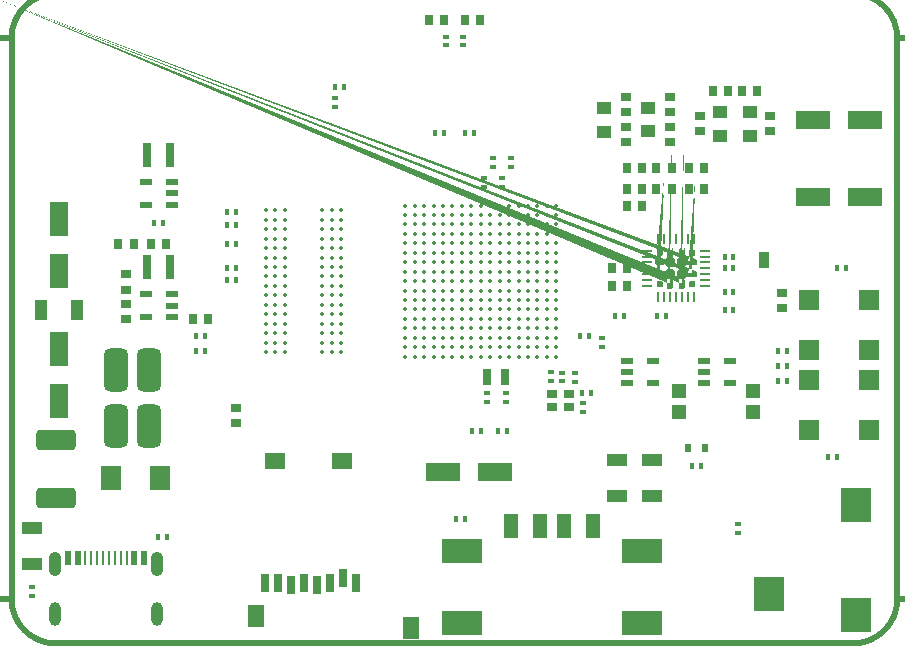
<source format=gbr>
G04 #@! TF.GenerationSoftware,KiCad,Pcbnew,6.0.0-d3dd2cf0fa~116~ubuntu20.04.1*
G04 #@! TF.CreationDate,2022-01-15T15:14:34-05:00*
G04 #@! TF.ProjectId,EX-PCB-10108-001,45582d50-4342-42d3-9130-3130382d3030,A*
G04 #@! TF.SameCoordinates,Original*
G04 #@! TF.FileFunction,Paste,Top*
G04 #@! TF.FilePolarity,Positive*
%FSLAX46Y46*%
G04 Gerber Fmt 4.6, Leading zero omitted, Abs format (unit mm)*
G04 Created by KiCad (PCBNEW 6.0.0-d3dd2cf0fa~116~ubuntu20.04.1) date 2022-01-15 15:14:34*
%MOMM*%
%LPD*%
G01*
G04 APERTURE LIST*
G04 Aperture macros list*
%AMRoundRect*
0 Rectangle with rounded corners*
0 $1 Rounding radius*
0 $2 $3 $4 $5 $6 $7 $8 $9 X,Y pos of 4 corners*
0 Add a 4 corners polygon primitive as box body*
4,1,4,$2,$3,$4,$5,$6,$7,$8,$9,$2,$3,0*
0 Add four circle primitives for the rounded corners*
1,1,$1+$1,$2,$3*
1,1,$1+$1,$4,$5*
1,1,$1+$1,$6,$7*
1,1,$1+$1,$8,$9*
0 Add four rect primitives between the rounded corners*
20,1,$1+$1,$2,$3,$4,$5,0*
20,1,$1+$1,$4,$5,$6,$7,0*
20,1,$1+$1,$6,$7,$8,$9,0*
20,1,$1+$1,$8,$9,$2,$3,0*%
%AMFreePoly0*
4,1,51,0.121446,0.402193,0.123663,0.402787,0.127060,0.401203,0.145390,0.397971,0.159647,0.386008,0.176512,0.378144,0.247132,0.307525,0.250168,0.303189,0.252157,0.302041,0.253440,0.298517,0.264114,0.283273,0.265736,0.264734,0.272101,0.247246,0.272101,-0.247246,0.271182,-0.252459,0.271776,-0.254677,0.270192,-0.258075,0.266960,-0.276402,0.254997,-0.290659,0.247132,-0.307525,
0.176512,-0.378144,0.172177,-0.381179,0.171029,-0.383168,0.167505,-0.384451,0.152260,-0.395125,0.133722,-0.396747,0.116234,-0.403112,-0.186855,-0.403112,-0.197929,-0.401159,-0.201658,-0.401817,-0.204937,-0.399924,-0.216011,-0.397971,-0.232977,-0.383735,-0.252157,-0.372661,-0.254788,-0.365433,-0.260680,-0.360489,-0.264526,-0.338678,-0.272101,-0.317866,-0.272101,0.317866,-0.270148,0.328940,
-0.270806,0.332669,-0.268913,0.335948,-0.266960,0.347022,-0.252724,0.363988,-0.241650,0.383168,-0.234422,0.385799,-0.229478,0.391691,-0.207667,0.395537,-0.186855,0.403112,0.116234,0.403112,0.121446,0.402193,0.121446,0.402193,$1*%
%AMFreePoly1*
4,1,51,0.197929,0.401159,0.201658,0.401817,0.204937,0.399924,0.216011,0.397971,0.232977,0.383735,0.252157,0.372661,0.254788,0.365433,0.260680,0.360489,0.264526,0.338678,0.272101,0.317866,0.272101,-0.317866,0.270148,-0.328940,0.270806,-0.332669,0.268913,-0.335948,0.266960,-0.347022,0.252724,-0.363988,0.241650,-0.383168,0.234422,-0.385799,0.229478,-0.391691,0.207667,-0.395537,
0.186855,-0.403112,-0.116234,-0.403112,-0.121446,-0.402193,-0.123663,-0.402787,-0.127060,-0.401203,-0.145390,-0.397971,-0.159647,-0.386008,-0.176512,-0.378144,-0.247133,-0.307524,-0.250168,-0.303189,-0.252157,-0.302041,-0.253439,-0.298518,-0.264114,-0.283273,-0.265736,-0.264734,-0.272101,-0.247246,-0.272101,0.247246,-0.271182,0.252459,-0.271776,0.254676,-0.270192,0.258073,-0.266960,0.276402,
-0.254997,0.290658,-0.247133,0.307524,-0.176512,0.378144,-0.172177,0.381179,-0.171029,0.383168,-0.167505,0.384451,-0.152260,0.395125,-0.133722,0.396747,-0.116234,0.403112,0.186855,0.403112,0.197929,0.401159,0.197929,0.401159,$1*%
%AMFreePoly2*
4,1,51,0.328940,0.270148,0.332669,0.270806,0.335948,0.268913,0.347022,0.266960,0.363988,0.252724,0.383168,0.241650,0.385799,0.234422,0.391691,0.229478,0.395537,0.207667,0.403112,0.186855,0.403112,-0.116234,0.402193,-0.121446,0.402787,-0.123663,0.401203,-0.127060,0.397971,-0.145390,0.386008,-0.159647,0.378144,-0.176512,0.307524,-0.247133,0.303189,-0.250168,0.302041,-0.252157,
0.298518,-0.253439,0.283273,-0.264114,0.264734,-0.265736,0.247246,-0.272101,-0.247246,-0.272101,-0.252459,-0.271182,-0.254677,-0.271776,-0.258075,-0.270192,-0.276402,-0.266960,-0.290659,-0.254997,-0.307525,-0.247132,-0.378144,-0.176512,-0.381179,-0.172177,-0.383168,-0.171029,-0.384451,-0.167505,-0.395125,-0.152260,-0.396747,-0.133722,-0.403112,-0.116234,-0.403112,0.186855,-0.401159,0.197929,
-0.401817,0.201658,-0.399924,0.204937,-0.397971,0.216011,-0.383735,0.232977,-0.372661,0.252157,-0.365433,0.254788,-0.360489,0.260680,-0.338678,0.264526,-0.317866,0.272101,0.317866,0.272101,0.328940,0.270148,0.328940,0.270148,$1*%
%AMFreePoly3*
4,1,51,0.252459,0.271182,0.254676,0.271776,0.258073,0.270192,0.276402,0.266960,0.290658,0.254997,0.307524,0.247133,0.378144,0.176512,0.381179,0.172177,0.383168,0.171029,0.384451,0.167505,0.395125,0.152260,0.396747,0.133722,0.403112,0.116234,0.403112,-0.186855,0.401159,-0.197929,0.401817,-0.201658,0.399924,-0.204937,0.397971,-0.216011,0.383735,-0.232977,0.372661,-0.252157,
0.365433,-0.254788,0.360489,-0.260680,0.338678,-0.264526,0.317866,-0.272101,-0.317866,-0.272101,-0.328940,-0.270148,-0.332669,-0.270806,-0.335948,-0.268913,-0.347022,-0.266960,-0.363988,-0.252724,-0.383168,-0.241650,-0.385799,-0.234422,-0.391691,-0.229478,-0.395537,-0.207667,-0.403112,-0.186855,-0.403112,0.116234,-0.402193,0.121446,-0.402787,0.123663,-0.401203,0.127060,-0.397971,0.145390,
-0.386008,0.159647,-0.378144,0.176512,-0.307525,0.247132,-0.303189,0.250168,-0.302041,0.252157,-0.298517,0.253440,-0.283273,0.264114,-0.264734,0.265736,-0.247246,0.272101,0.247246,0.272101,0.252459,0.271182,0.252459,0.271182,$1*%
%AMFreePoly4*
4,1,48,0.180784,0.266839,0.197812,0.266839,0.211588,0.256830,0.227783,0.251568,0.237792,0.237792,0.251568,0.227783,0.256830,0.211588,0.266839,0.197812,0.266839,0.180784,0.272101,0.164589,0.272101,-0.075523,0.269420,-0.083774,0.270777,-0.092342,0.259348,-0.114773,0.251568,-0.138717,0.244550,-0.143816,0.240611,-0.151546,0.151545,-0.240611,0.143817,-0.244549,0.138717,-0.251568,
0.114772,-0.259348,0.092342,-0.270777,0.083774,-0.269420,0.075523,-0.272101,-0.164589,-0.272101,-0.180784,-0.266839,-0.197812,-0.266839,-0.211588,-0.256830,-0.227783,-0.251568,-0.237792,-0.237792,-0.251568,-0.227783,-0.256830,-0.211588,-0.266839,-0.197812,-0.266839,-0.180784,-0.272101,-0.164589,-0.272101,0.164589,-0.266839,0.180784,-0.266839,0.197812,-0.256830,0.211588,-0.251568,0.227783,
-0.237792,0.237792,-0.227783,0.251568,-0.211588,0.256830,-0.197812,0.266839,-0.180784,0.266839,-0.164589,0.272101,0.164589,0.272101,0.180784,0.266839,0.180784,0.266839,$1*%
%AMFreePoly5*
4,1,48,0.083774,0.269420,0.092342,0.270777,0.114772,0.259348,0.138717,0.251568,0.143817,0.244549,0.151545,0.240611,0.240611,0.151546,0.244550,0.143816,0.251568,0.138717,0.259348,0.114773,0.270777,0.092342,0.269420,0.083774,0.272101,0.075523,0.272101,-0.164589,0.266839,-0.180784,0.266839,-0.197812,0.256830,-0.211588,0.251568,-0.227783,0.237792,-0.237792,0.227783,-0.251568,
0.211588,-0.256830,0.197812,-0.266839,0.180784,-0.266839,0.164589,-0.272101,-0.164589,-0.272101,-0.180784,-0.266839,-0.197812,-0.266839,-0.211588,-0.256830,-0.227783,-0.251568,-0.237792,-0.237792,-0.251568,-0.227783,-0.256830,-0.211588,-0.266839,-0.197812,-0.266839,-0.180784,-0.272101,-0.164589,-0.272101,0.164589,-0.266839,0.180784,-0.266839,0.197812,-0.256830,0.211588,-0.251568,0.227783,
-0.237792,0.237792,-0.227783,0.251568,-0.211588,0.256830,-0.197812,0.266839,-0.180784,0.266839,-0.164589,0.272101,0.075523,0.272101,0.083774,0.269420,0.083774,0.269420,$1*%
%AMFreePoly6*
4,1,48,0.180784,0.266839,0.197812,0.266839,0.211588,0.256830,0.227783,0.251568,0.237792,0.237792,0.251568,0.227783,0.256830,0.211588,0.266839,0.197812,0.266839,0.180784,0.272101,0.164589,0.272101,-0.164589,0.266839,-0.180784,0.266839,-0.197812,0.256830,-0.211588,0.251568,-0.227783,0.237792,-0.237792,0.227783,-0.251568,0.211588,-0.256830,0.197812,-0.266839,0.180784,-0.266839,
0.164589,-0.272101,-0.075523,-0.272101,-0.083774,-0.269420,-0.092342,-0.270777,-0.114773,-0.259348,-0.138717,-0.251568,-0.143816,-0.244550,-0.151546,-0.240611,-0.240611,-0.151545,-0.244549,-0.143817,-0.251568,-0.138717,-0.259348,-0.114772,-0.270777,-0.092342,-0.269420,-0.083774,-0.272101,-0.075523,-0.272101,0.164589,-0.266839,0.180784,-0.266839,0.197812,-0.256830,0.211588,-0.251568,0.227783,
-0.237792,0.237792,-0.227783,0.251568,-0.211588,0.256830,-0.197812,0.266839,-0.180784,0.266839,-0.164589,0.272101,0.164589,0.272101,0.180784,0.266839,0.180784,0.266839,$1*%
%AMFreePoly7*
4,1,48,0.180784,0.266839,0.197812,0.266839,0.211588,0.256830,0.227783,0.251568,0.237792,0.237792,0.251568,0.227783,0.256830,0.211588,0.266839,0.197812,0.266839,0.180784,0.272101,0.164589,0.272101,-0.164589,0.266839,-0.180784,0.266839,-0.197812,0.256830,-0.211588,0.251568,-0.227783,0.237792,-0.237792,0.227783,-0.251568,0.211588,-0.256830,0.197812,-0.266839,0.180784,-0.266839,
0.164589,-0.272101,-0.164589,-0.272101,-0.180784,-0.266839,-0.197812,-0.266839,-0.211588,-0.256830,-0.227783,-0.251568,-0.237792,-0.237792,-0.251568,-0.227783,-0.256830,-0.211588,-0.266839,-0.197812,-0.266839,-0.180784,-0.272101,-0.164589,-0.272101,0.075523,-0.269420,0.083774,-0.270777,0.092342,-0.259348,0.114772,-0.251568,0.138717,-0.244549,0.143817,-0.240611,0.151545,-0.151546,0.240611,
-0.143816,0.244550,-0.138717,0.251568,-0.114773,0.259348,-0.092342,0.270777,-0.083774,0.269420,-0.075523,0.272101,0.164589,0.272101,0.180784,0.266839,0.180784,0.266839,$1*%
G04 Aperture macros list end*
G04 #@! TA.AperFunction,Profile*
%ADD10C,0.500000*%
G04 #@! TD*
%ADD11C,5.000000*%
%ADD12O,1.000000X2.000000*%
%ADD13O,1.050000X2.100000*%
%ADD14R,0.550000X1.150000*%
%ADD15R,0.250000X1.150000*%
%ADD16R,0.900000X0.800000*%
%ADD17R,0.510000X0.450000*%
%ADD18R,0.450000X0.510000*%
%ADD19R,0.810000X0.710000*%
%ADD20R,0.800000X1.500000*%
%ADD21R,1.400000X1.900000*%
%ADD22R,1.800000X1.400000*%
%ADD23R,0.710000X0.810000*%
%ADD24RoundRect,0.062500X0.062500X-0.337500X0.062500X0.337500X-0.062500X0.337500X-0.062500X-0.337500X0*%
%ADD25RoundRect,0.062500X0.337500X-0.062500X0.337500X0.062500X-0.337500X0.062500X-0.337500X-0.062500X0*%
%ADD26RoundRect,0.201556X0.201557X-0.201557X0.201557X0.201557X-0.201557X0.201557X-0.201557X-0.201557X0*%
%ADD27FreePoly0,90.000000*%
%ADD28FreePoly1,90.000000*%
%ADD29FreePoly2,90.000000*%
%ADD30FreePoly3,90.000000*%
%ADD31FreePoly4,90.000000*%
%ADD32FreePoly5,90.000000*%
%ADD33FreePoly6,90.000000*%
%ADD34FreePoly7,90.000000*%
%ADD35R,1.060000X0.500000*%
%ADD36R,1.250000X1.150000*%
%ADD37R,1.800000X1.070000*%
%ADD38R,0.600000X0.700000*%
%ADD39R,1.250000X1.000000*%
%ADD40R,3.000000X1.600000*%
%ADD41R,2.550000X2.900000*%
%ADD42R,1.250000X2.000000*%
%ADD43R,3.500000X2.000000*%
%ADD44C,0.350000*%
%ADD45R,1.800000X1.800000*%
%ADD46RoundRect,0.521250X0.521250X-1.308750X0.521250X1.308750X-0.521250X1.308750X-0.521250X-1.308750X0*%
%ADD47R,1.070000X1.800000*%
%ADD48RoundRect,0.388500X-1.311500X0.486500X-1.311500X-0.486500X1.311500X-0.486500X1.311500X0.486500X0*%
%ADD49R,1.750000X2.000000*%
%ADD50R,1.600000X3.000000*%
%ADD51R,0.800000X2.000000*%
%ADD52R,0.700000X1.400000*%
G04 APERTURE END LIST*
D10*
X41450000Y-85250000D02*
X46450000Y-85250000D01*
X41450000Y-132750000D02*
X46450000Y-132750000D01*
X121450000Y-132750000D02*
X126450000Y-132750000D01*
X126450000Y-85250000D02*
X121450000Y-85250000D01*
X126450000Y-85250000D02*
X126450000Y-132750000D01*
X41450000Y-85250000D02*
X41450000Y-132750000D01*
X121450000Y-85250000D02*
G75*
G03*
X117700000Y-81500000I-3750000J0D01*
G01*
X50200000Y-81500000D02*
G75*
G03*
X46450000Y-85250000I0J-3750000D01*
G01*
X46450000Y-132750000D02*
G75*
G03*
X50200000Y-136500000I3750000J0D01*
G01*
X117700000Y-136500000D02*
G75*
G03*
X121450000Y-132750000I0J3750000D01*
G01*
X46450000Y-85250000D02*
X46450000Y-132750000D01*
X117700000Y-136500000D02*
X50200000Y-136500000D01*
X117700000Y-81500000D02*
X50200000Y-81500000D01*
X121450000Y-85250000D02*
X121450000Y-132750000D01*
D11*
X13950000Y-89025000D03*
X13950000Y-129025000D03*
D12*
X50130000Y-134000000D03*
X58770000Y-134000000D03*
D13*
X50130000Y-129820000D03*
X58770000Y-129820000D03*
D14*
X51250000Y-129245000D03*
X57650000Y-129245000D03*
X52050000Y-129245000D03*
X56850000Y-129245000D03*
D15*
X54700000Y-129245000D03*
X54200000Y-129245000D03*
X55200000Y-129245000D03*
X55700000Y-129245000D03*
X56200000Y-129245000D03*
X53700000Y-129245000D03*
X53200000Y-129245000D03*
X52700000Y-129245000D03*
D16*
X92250000Y-116450000D03*
X93650000Y-116450000D03*
X93650000Y-115350000D03*
X92250000Y-115350000D03*
D17*
X94150000Y-113625000D03*
X94150000Y-114375000D03*
X92150000Y-113525000D03*
X92150000Y-114275000D03*
D18*
X65425000Y-100000000D03*
X64675000Y-100000000D03*
X65425000Y-101100000D03*
X64675000Y-101100000D03*
X86225000Y-118550000D03*
X85475000Y-118550000D03*
X87675000Y-118550000D03*
X88425000Y-118550000D03*
D19*
X110200000Y-103700000D03*
X110200000Y-104350000D03*
D18*
X94575000Y-110500000D03*
X95325000Y-110500000D03*
D17*
X96450000Y-111375000D03*
X96450000Y-110625000D03*
D18*
X97575000Y-108750000D03*
X98325000Y-108750000D03*
X101825000Y-108750000D03*
X101075000Y-108750000D03*
X116325000Y-120750000D03*
X115575000Y-120750000D03*
X111325000Y-114250000D03*
X112075000Y-114250000D03*
X112075000Y-111750000D03*
X111325000Y-111750000D03*
X116325000Y-104750000D03*
X117075000Y-104750000D03*
X111325000Y-113000000D03*
X112075000Y-113000000D03*
D17*
X73850000Y-91075000D03*
X73850000Y-90325000D03*
D20*
X75640000Y-131350000D03*
X74540000Y-130950000D03*
X73440000Y-131350000D03*
X72340000Y-131550000D03*
X71240000Y-131350000D03*
X70140000Y-131550000D03*
X69040000Y-131350000D03*
X67940000Y-131350000D03*
D21*
X67150000Y-134200000D03*
X80300000Y-135200000D03*
D22*
X68750000Y-121050000D03*
X74450000Y-121050000D03*
D18*
X85575000Y-93250000D03*
X84825000Y-93250000D03*
X82325000Y-93250000D03*
X83075000Y-93250000D03*
D17*
X88700000Y-95375000D03*
X88700000Y-96125000D03*
X87950000Y-97125000D03*
X87950000Y-97875000D03*
X87200000Y-95375000D03*
X87200000Y-96125000D03*
X86450000Y-97125000D03*
X86450000Y-97875000D03*
D23*
X97305000Y-104750000D03*
X98595000Y-104750000D03*
X97305000Y-106250000D03*
X98595000Y-106250000D03*
D18*
X74575000Y-89400000D03*
X73825000Y-89400000D03*
X106825000Y-104750000D03*
X107575000Y-104750000D03*
X106825000Y-103750000D03*
X107575000Y-103750000D03*
X107575000Y-108250000D03*
X106825000Y-108250000D03*
X107575000Y-106750000D03*
X106825000Y-106750000D03*
D24*
X101200000Y-107200000D03*
X101700000Y-107200000D03*
X102200000Y-107200000D03*
X102700000Y-107200000D03*
X103200000Y-107200000D03*
X103700000Y-107200000D03*
X104200000Y-107200000D03*
D25*
X105150000Y-106250000D03*
X105150000Y-105750000D03*
X105150000Y-105250000D03*
X105150000Y-104750000D03*
X105150000Y-104250000D03*
X105150000Y-103750000D03*
X105150000Y-103250000D03*
D24*
X104200000Y-102300000D03*
X103700000Y-102300000D03*
X103200000Y-102300000D03*
X102700000Y-102300000D03*
X102200000Y-102300000D03*
X101700000Y-102300000D03*
X101200000Y-102300000D03*
D25*
X100250000Y-103250000D03*
X100250000Y-103750000D03*
X100250000Y-104250000D03*
X100250000Y-104750000D03*
X100250000Y-105250000D03*
X100250000Y-105750000D03*
X100250000Y-106250000D03*
D26*
X102200000Y-105250000D03*
X103200000Y-105250000D03*
X102200000Y-104250000D03*
X103200000Y-104250000D03*
D27*
X102200000Y-106087500D03*
X103200000Y-106087500D03*
D28*
X102200000Y-103412500D03*
X103200000Y-103412500D03*
D29*
X101362500Y-105250000D03*
X101362500Y-104250000D03*
D30*
X104037500Y-105250000D03*
X104037500Y-104250000D03*
D31*
X101362500Y-106087500D03*
D32*
X104037500Y-106087500D03*
D33*
X101362500Y-103412500D03*
D34*
X104037500Y-103412500D03*
D35*
X100800000Y-112550000D03*
X100800000Y-114450000D03*
X98600000Y-114450000D03*
X98600000Y-113500000D03*
X98600000Y-112550000D03*
X107300000Y-112550000D03*
X107300000Y-114450000D03*
X105100000Y-114450000D03*
X105100000Y-113500000D03*
X105100000Y-112550000D03*
D17*
X84700000Y-85125000D03*
X84700000Y-85875000D03*
X83200000Y-85875000D03*
X83200000Y-85125000D03*
D23*
X99845000Y-99500000D03*
X98555000Y-99500000D03*
X105095000Y-96250000D03*
X103805000Y-96250000D03*
X101055000Y-96250000D03*
X102345000Y-96250000D03*
X101055000Y-98000000D03*
X102345000Y-98000000D03*
X103805000Y-98000000D03*
X105095000Y-98000000D03*
D19*
X111700000Y-106855000D03*
X111700000Y-108145000D03*
D23*
X107095000Y-89750000D03*
X105805000Y-89750000D03*
X109595000Y-89750000D03*
X108305000Y-89750000D03*
D19*
X110700000Y-93145000D03*
X110700000Y-91855000D03*
X104700000Y-93145000D03*
X104700000Y-91855000D03*
X98500000Y-94045000D03*
X98500000Y-92755000D03*
X98500000Y-91545000D03*
X98500000Y-90255000D03*
X102200000Y-94045000D03*
X102200000Y-92755000D03*
X102200000Y-91545000D03*
X102200000Y-90255000D03*
D18*
X104825000Y-121500000D03*
X104075000Y-121500000D03*
D23*
X63095000Y-109000000D03*
X61805000Y-109000000D03*
D36*
X102950000Y-116875000D03*
X102950000Y-115125000D03*
X109200000Y-116875000D03*
X109200000Y-115125000D03*
D37*
X97700000Y-120995000D03*
X97700000Y-124005000D03*
D38*
X103750000Y-120000000D03*
X105150000Y-120000000D03*
D23*
X83095000Y-83750000D03*
X81805000Y-83750000D03*
X84805000Y-83750000D03*
X86095000Y-83750000D03*
D17*
X107950000Y-127125000D03*
X107950000Y-126375000D03*
D18*
X59575000Y-127500000D03*
X58825000Y-127500000D03*
D23*
X99845000Y-96250000D03*
X98555000Y-96250000D03*
X98555000Y-98000000D03*
X99845000Y-98000000D03*
D39*
X106450000Y-91500000D03*
X106450000Y-93500000D03*
X108950000Y-91500000D03*
X108950000Y-93500000D03*
X96650000Y-93200000D03*
X96650000Y-91200000D03*
X100350000Y-93150000D03*
X100350000Y-91150000D03*
D18*
X84075000Y-126000000D03*
X84825000Y-126000000D03*
D40*
X87400000Y-122000000D03*
X83000000Y-122000000D03*
D41*
X117950000Y-124800000D03*
X117950000Y-134100000D03*
X110550000Y-132350000D03*
D42*
X88700000Y-126550000D03*
X95700000Y-126550000D03*
X91200000Y-126550000D03*
D43*
X84575000Y-128650000D03*
X99825000Y-128650000D03*
X99825000Y-134750000D03*
X84575000Y-134750000D03*
D42*
X93200000Y-126550000D03*
D44*
X92580000Y-112230000D03*
X92580000Y-111430000D03*
X92580000Y-110630000D03*
X92580000Y-109830000D03*
X92580000Y-109030000D03*
X92580000Y-108230000D03*
X92580000Y-107430000D03*
X92580000Y-106630000D03*
X92580000Y-105830000D03*
X92580000Y-105030000D03*
X92580000Y-104230000D03*
X92580000Y-103430000D03*
X92580000Y-102630000D03*
X92580000Y-101830000D03*
X92580000Y-101030000D03*
X92580000Y-100230000D03*
X92580000Y-99430000D03*
X91780000Y-112230000D03*
X91780000Y-111430000D03*
X91780000Y-110630000D03*
X91780000Y-109830000D03*
X91780000Y-109030000D03*
X91780000Y-108230000D03*
X91780000Y-107430000D03*
X91780000Y-106630000D03*
X91780000Y-105830000D03*
X91780000Y-105030000D03*
X91780000Y-104230000D03*
X91780000Y-103430000D03*
X91780000Y-102630000D03*
X91780000Y-101830000D03*
X91780000Y-101030000D03*
X91780000Y-100230000D03*
X91780000Y-99430000D03*
X90980000Y-112230000D03*
X90980000Y-111430000D03*
X90980000Y-110630000D03*
X90980000Y-109830000D03*
X90980000Y-109030000D03*
X90980000Y-108230000D03*
X90980000Y-107430000D03*
X90980000Y-106630000D03*
X90980000Y-105830000D03*
X90980000Y-105030000D03*
X90980000Y-104230000D03*
X90980000Y-103430000D03*
X90980000Y-102630000D03*
X90980000Y-101830000D03*
X90980000Y-101030000D03*
X90980000Y-100230000D03*
X90980000Y-99430000D03*
X90180000Y-112230000D03*
X90180000Y-111430000D03*
X90180000Y-110630000D03*
X90180000Y-109830000D03*
X90180000Y-109030000D03*
X90180000Y-108230000D03*
X90180000Y-107430000D03*
X90180000Y-106630000D03*
X90180000Y-105830000D03*
X90180000Y-105030000D03*
X90180000Y-104230000D03*
X90180000Y-103430000D03*
X90180000Y-102630000D03*
X90180000Y-101830000D03*
X90180000Y-101030000D03*
X90180000Y-100230000D03*
X90180000Y-99430000D03*
X89380000Y-112230000D03*
X89380000Y-111430000D03*
X89380000Y-110630000D03*
X89380000Y-109830000D03*
X89380000Y-109030000D03*
X89380000Y-108230000D03*
X89380000Y-107430000D03*
X89380000Y-106630000D03*
X89380000Y-105830000D03*
X89380000Y-105030000D03*
X89380000Y-104230000D03*
X89380000Y-103430000D03*
X89380000Y-102630000D03*
X89380000Y-101830000D03*
X89380000Y-101030000D03*
X89380000Y-100230000D03*
X89380000Y-99430000D03*
X88580000Y-112230000D03*
X88580000Y-111430000D03*
X88580000Y-110630000D03*
X88580000Y-109830000D03*
X88580000Y-109030000D03*
X88580000Y-108230000D03*
X88580000Y-107430000D03*
X88580000Y-106630000D03*
X88580000Y-105830000D03*
X88580000Y-105030000D03*
X88580000Y-104230000D03*
X88580000Y-103430000D03*
X88580000Y-102630000D03*
X88580000Y-101830000D03*
X88580000Y-101030000D03*
X88580000Y-100230000D03*
X88580000Y-99430000D03*
X87780000Y-112230000D03*
X87780000Y-111430000D03*
X87780000Y-110630000D03*
X87780000Y-109830000D03*
X87780000Y-109030000D03*
X87780000Y-108230000D03*
X87780000Y-107430000D03*
X87780000Y-106630000D03*
X87780000Y-105830000D03*
X87780000Y-105030000D03*
X87780000Y-104230000D03*
X87780000Y-103430000D03*
X87780000Y-102630000D03*
X87780000Y-101830000D03*
X87780000Y-101030000D03*
X87780000Y-100230000D03*
X87780000Y-99430000D03*
X86980000Y-112230000D03*
X86980000Y-111430000D03*
X86980000Y-110630000D03*
X86980000Y-109830000D03*
X86980000Y-109030000D03*
X86980000Y-108230000D03*
X86980000Y-107430000D03*
X86980000Y-106630000D03*
X86980000Y-105830000D03*
X86980000Y-105030000D03*
X86980000Y-104230000D03*
X86980000Y-103430000D03*
X86980000Y-102630000D03*
X86980000Y-101830000D03*
X86980000Y-101030000D03*
X86980000Y-100230000D03*
X86980000Y-99430000D03*
X86180000Y-112230000D03*
X86180000Y-111430000D03*
X86180000Y-110630000D03*
X86180000Y-109830000D03*
X86180000Y-109030000D03*
X86180000Y-108230000D03*
X86180000Y-107430000D03*
X86180000Y-106630000D03*
X86180000Y-105830000D03*
X86180000Y-105030000D03*
X86180000Y-104230000D03*
X86180000Y-103430000D03*
X86180000Y-102630000D03*
X86180000Y-101830000D03*
X86180000Y-101030000D03*
X86180000Y-100230000D03*
X86180000Y-99430000D03*
X85380000Y-112230000D03*
X85380000Y-111430000D03*
X85380000Y-110630000D03*
X85380000Y-109830000D03*
X85380000Y-109030000D03*
X85380000Y-108230000D03*
X85380000Y-107430000D03*
X85380000Y-106630000D03*
X85380000Y-105830000D03*
X85380000Y-105030000D03*
X85380000Y-104230000D03*
X85380000Y-103430000D03*
X85380000Y-102630000D03*
X85380000Y-101830000D03*
X85380000Y-101030000D03*
X85380000Y-100230000D03*
X85380000Y-99430000D03*
X84580000Y-112230000D03*
X84580000Y-111430000D03*
X84580000Y-110630000D03*
X84580000Y-109830000D03*
X84580000Y-109030000D03*
X84580000Y-108230000D03*
X84580000Y-107430000D03*
X84580000Y-106630000D03*
X84580000Y-105830000D03*
X84580000Y-105030000D03*
X84580000Y-104230000D03*
X84580000Y-103430000D03*
X84580000Y-102630000D03*
X84580000Y-101830000D03*
X84580000Y-101030000D03*
X84580000Y-100230000D03*
X84580000Y-99430000D03*
X83780000Y-112230000D03*
X83780000Y-111430000D03*
X83780000Y-110630000D03*
X83780000Y-109830000D03*
X83780000Y-109030000D03*
X83780000Y-108230000D03*
X83780000Y-107430000D03*
X83780000Y-106630000D03*
X83780000Y-105830000D03*
X83780000Y-105030000D03*
X83780000Y-104230000D03*
X83780000Y-103430000D03*
X83780000Y-102630000D03*
X83780000Y-101830000D03*
X83780000Y-101030000D03*
X83780000Y-100230000D03*
X83780000Y-99430000D03*
X82980000Y-112230000D03*
X82980000Y-111430000D03*
X82980000Y-110630000D03*
X82980000Y-109830000D03*
X82980000Y-109030000D03*
X82980000Y-108230000D03*
X82980000Y-107430000D03*
X82980000Y-106630000D03*
X82980000Y-105830000D03*
X82980000Y-105030000D03*
X82980000Y-104230000D03*
X82980000Y-103430000D03*
X82980000Y-102630000D03*
X82980000Y-101830000D03*
X82980000Y-101030000D03*
X82980000Y-100230000D03*
X82980000Y-99430000D03*
X82180000Y-112230000D03*
X82180000Y-111430000D03*
X82180000Y-110630000D03*
X82180000Y-109830000D03*
X82180000Y-109030000D03*
X82180000Y-108230000D03*
X82180000Y-107430000D03*
X82180000Y-106630000D03*
X82180000Y-105830000D03*
X82180000Y-105030000D03*
X82180000Y-104230000D03*
X82180000Y-103430000D03*
X82180000Y-102630000D03*
X82180000Y-101830000D03*
X82180000Y-101030000D03*
X82180000Y-100230000D03*
X82180000Y-99430000D03*
X81380000Y-112230000D03*
X81380000Y-111430000D03*
X81380000Y-110630000D03*
X81380000Y-109830000D03*
X81380000Y-109030000D03*
X81380000Y-108230000D03*
X81380000Y-107430000D03*
X81380000Y-106630000D03*
X81380000Y-105830000D03*
X81380000Y-105030000D03*
X81380000Y-104230000D03*
X81380000Y-103430000D03*
X81380000Y-102630000D03*
X81380000Y-101830000D03*
X81380000Y-101030000D03*
X81380000Y-100230000D03*
X81380000Y-99430000D03*
X80580000Y-112230000D03*
X80580000Y-111430000D03*
X80580000Y-110630000D03*
X80580000Y-109830000D03*
X80580000Y-109030000D03*
X80580000Y-108230000D03*
X80580000Y-107430000D03*
X80580000Y-106630000D03*
X80580000Y-105830000D03*
X80580000Y-105030000D03*
X80580000Y-104230000D03*
X80580000Y-103430000D03*
X80580000Y-102630000D03*
X80580000Y-101830000D03*
X80580000Y-101030000D03*
X80580000Y-100230000D03*
X80580000Y-99430000D03*
X79780000Y-112230000D03*
X79780000Y-111430000D03*
X79780000Y-110630000D03*
X79780000Y-109830000D03*
X79780000Y-109030000D03*
X79780000Y-108230000D03*
X79780000Y-107430000D03*
X79780000Y-106630000D03*
X79780000Y-105830000D03*
X79780000Y-105030000D03*
X79780000Y-104230000D03*
X79780000Y-103430000D03*
X79780000Y-102630000D03*
X79780000Y-101830000D03*
X79780000Y-101030000D03*
X79780000Y-100230000D03*
X79780000Y-99430000D03*
D45*
X114010000Y-114205000D03*
X119090000Y-114205000D03*
X119090000Y-118395000D03*
X114010000Y-118395000D03*
X119090000Y-111645000D03*
X114010000Y-111645000D03*
X114010000Y-107455000D03*
X119090000Y-107455000D03*
D17*
X48200000Y-131750000D03*
X48200000Y-132500000D03*
D46*
X55300000Y-118125000D03*
X58100000Y-118125000D03*
X58100000Y-113375000D03*
X55300000Y-113375000D03*
D37*
X100700000Y-124005000D03*
X100700000Y-120995000D03*
D47*
X48945000Y-108250000D03*
X51955000Y-108250000D03*
D48*
X50200000Y-119300000D03*
X50200000Y-124200000D03*
D49*
X59050000Y-122500000D03*
X54850000Y-122500000D03*
D37*
X48200000Y-126745000D03*
X48200000Y-129755000D03*
D40*
X114350000Y-98730000D03*
X118750000Y-98730000D03*
X114350000Y-92150000D03*
X118750000Y-92150000D03*
D50*
X50450000Y-111550000D03*
X50450000Y-115950000D03*
X50450000Y-104950000D03*
X50450000Y-100550000D03*
D35*
X57800000Y-99350000D03*
X57800000Y-97450000D03*
X60000000Y-97450000D03*
X60000000Y-98400000D03*
X60000000Y-99350000D03*
D18*
X59275000Y-100900000D03*
X58525000Y-100900000D03*
D19*
X56150000Y-106545000D03*
X56150000Y-105255000D03*
X65450000Y-117845000D03*
X65450000Y-116555000D03*
D35*
X57800000Y-108850000D03*
X57800000Y-106950000D03*
X60000000Y-106950000D03*
X60000000Y-107900000D03*
X60000000Y-108850000D03*
D18*
X62825000Y-110500000D03*
X62075000Y-110500000D03*
X62825000Y-111750000D03*
X62075000Y-111750000D03*
D19*
X56150000Y-107755000D03*
X56150000Y-109045000D03*
D51*
X57900000Y-104650000D03*
X59900000Y-104650000D03*
D17*
X93100000Y-114325000D03*
X93100000Y-113575000D03*
D18*
X94750000Y-115325000D03*
X95500000Y-115325000D03*
D17*
X94825000Y-116900000D03*
X94825000Y-116150000D03*
D18*
X64675000Y-102700000D03*
X65425000Y-102700000D03*
X65425000Y-104750000D03*
X64675000Y-104750000D03*
X65425000Y-105750000D03*
X64675000Y-105750000D03*
D52*
X88250000Y-113950000D03*
X86750000Y-113950000D03*
D44*
X74380000Y-111830000D03*
X74380000Y-111030000D03*
X74380000Y-110230000D03*
X74380000Y-109430000D03*
X74380000Y-108630000D03*
X74380000Y-107830000D03*
X74380000Y-107030000D03*
X74380000Y-106230000D03*
X74380000Y-105430000D03*
X74380000Y-104630000D03*
X74380000Y-103830000D03*
X74380000Y-103030000D03*
X74380000Y-102230000D03*
X74380000Y-101430000D03*
X74380000Y-100630000D03*
X74380000Y-99830000D03*
X73580000Y-99830000D03*
X73580000Y-100630000D03*
X73580000Y-101430000D03*
X73580000Y-102230000D03*
X73580000Y-103030000D03*
X73580000Y-103830000D03*
X73580000Y-104630000D03*
X73580000Y-105430000D03*
X73580000Y-106230000D03*
X73580000Y-107030000D03*
X73580000Y-107830000D03*
X73580000Y-108630000D03*
X73580000Y-109430000D03*
X73580000Y-110230000D03*
X73580000Y-111030000D03*
X73580000Y-111830000D03*
X72780000Y-111830000D03*
X72780000Y-111030000D03*
X72780000Y-110230000D03*
X72780000Y-109430000D03*
X72780000Y-108630000D03*
X72780000Y-107830000D03*
X72780000Y-107030000D03*
X72780000Y-106230000D03*
X72780000Y-105430000D03*
X72780000Y-104630000D03*
X72780000Y-103830000D03*
X72780000Y-103030000D03*
X72780000Y-102230000D03*
X72780000Y-101430000D03*
X72780000Y-100630000D03*
X72780000Y-99830000D03*
X69580000Y-111830000D03*
X69580000Y-111030000D03*
X69580000Y-110230000D03*
X69580000Y-109430000D03*
X69580000Y-108630000D03*
X69580000Y-107830000D03*
X69580000Y-107030000D03*
X69580000Y-106230000D03*
X69580000Y-105430000D03*
X69580000Y-104630000D03*
X69580000Y-103830000D03*
X69580000Y-103030000D03*
X69580000Y-102230000D03*
X69580000Y-101430000D03*
X69580000Y-100630000D03*
X69580000Y-99830000D03*
X68780000Y-99830000D03*
X68780000Y-100630000D03*
X68780000Y-101430000D03*
X68780000Y-102230000D03*
X68780000Y-103030000D03*
X68780000Y-103830000D03*
X68780000Y-104630000D03*
X68780000Y-105430000D03*
X68780000Y-106230000D03*
X68780000Y-107030000D03*
X68780000Y-107830000D03*
X68780000Y-108630000D03*
X68780000Y-109430000D03*
X68780000Y-110230000D03*
X68780000Y-111030000D03*
X68780000Y-111830000D03*
X67980000Y-111830000D03*
X67980000Y-111030000D03*
X67980000Y-110230000D03*
X67980000Y-109430000D03*
X67980000Y-108630000D03*
X67980000Y-107830000D03*
X67980000Y-107030000D03*
X67980000Y-106230000D03*
X67980000Y-105430000D03*
X67980000Y-104630000D03*
X67980000Y-103830000D03*
X67980000Y-103030000D03*
X67980000Y-102230000D03*
X67980000Y-101430000D03*
X67980000Y-100630000D03*
X67980000Y-99830000D03*
D51*
X57900000Y-95150000D03*
X59900000Y-95150000D03*
D23*
X58255000Y-102650000D03*
X59545000Y-102650000D03*
D17*
X88300000Y-116025000D03*
X88300000Y-115275000D03*
X86750000Y-116025000D03*
X86750000Y-115275000D03*
D23*
X56795000Y-102650000D03*
X55505000Y-102650000D03*
M02*

</source>
